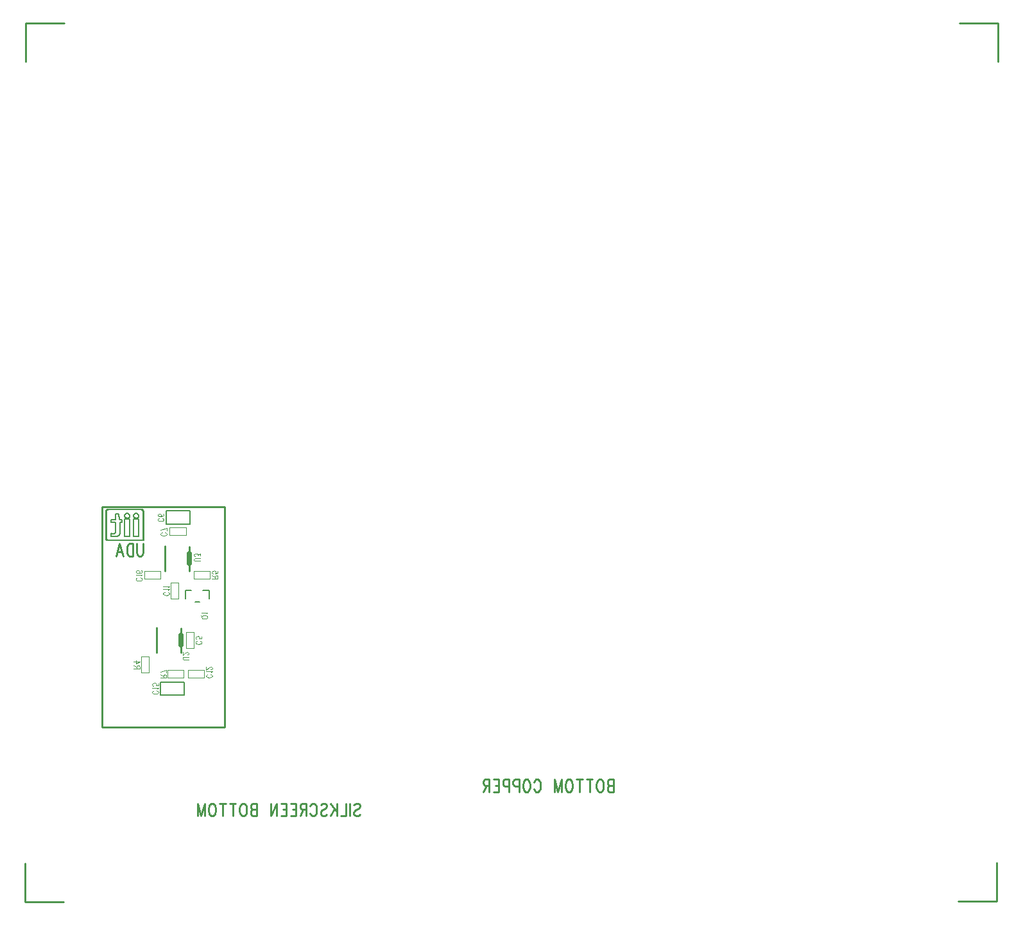
<source format=gbr>
*
*
G04 PADS 9.5 Build Number: 522968 generated Gerber (RS-274-X) file*
G04 PC Version=2.1*
*
%IN "UDA_7.pcb"*%
*
%MOIN*%
*
%FSLAX35Y35*%
*
*
*
*
G04 PC Standard Apertures*
*
*
G04 Thermal Relief Aperture macro.*
%AMTER*
1,1,$1,0,0*
1,0,$1-$2,0,0*
21,0,$3,$4,0,0,45*
21,0,$3,$4,0,0,135*
%
*
*
G04 Annular Aperture macro.*
%AMANN*
1,1,$1,0,0*
1,0,$2,0,0*
%
*
*
G04 Odd Aperture macro.*
%AMODD*
1,1,$1,0,0*
1,0,$1-0.005,0,0*
%
*
*
G04 PC Custom Aperture Macros*
*
*
*
*
*
*
G04 PC Aperture Table*
*
%ADD010C,0.001*%
%ADD011C,0.01*%
%ADD013C,0.00591*%
%ADD014C,0.006*%
%ADD017C,0.004*%
%ADD021C,0.00472*%
%ADD031C,0.025*%
%ADD033C,0.00984*%
*
*
*
*
G04 PC Circuitry*
G04 Layer Name UDA_7.pcb - circuitry*
%LPD*%
*
*
G04 PC Custom Flashes*
G04 Layer Name UDA_7.pcb - flashes*
%LPD*%
*
*
G04 PC Circuitry*
G04 Layer Name UDA_7.pcb - circuitry*
%LPD*%
*
G54D10*
G54D11*
G01X1832701Y1556280D02*
Y1543681D01*
X1820102D02*
Y1556476D01*
X1828173Y1513957D02*
Y1501358D01*
X1815575D02*
Y1514154D01*
X2052976Y1435480D02*
Y1428917D01*
Y1435480D02*
X2050931D01*
X2050249Y1435167*
X2050022Y1434855*
X2049795Y1434230*
Y1433605*
X2050022Y1432980*
X2050249Y1432667*
X2050931Y1432355*
X2052976D02*
X2050931D01*
X2050249Y1432042*
X2050022Y1431730*
X2049795Y1431105*
Y1430167*
X2050022Y1429542*
X2050249Y1429230*
X2050931Y1428917*
X2052976*
X2046385Y1435480D02*
X2046840Y1435167D01*
X2047295Y1434542*
X2047522Y1433917*
X2047749Y1432980*
Y1431417*
X2047522Y1430480*
X2047295Y1429855*
X2046840Y1429230*
X2046385Y1428917*
X2045476*
X2045022Y1429230*
X2044567Y1429855*
X2044340Y1430480*
X2044113Y1431417*
Y1432980*
X2044340Y1433917*
X2044567Y1434542*
X2045022Y1435167*
X2045476Y1435480*
X2046385*
X2040476D02*
Y1428917D01*
X2042067Y1435480D02*
X2038885D01*
X2035249D02*
Y1428917D01*
X2036840Y1435480D02*
X2033658D01*
X2030249D02*
X2030704Y1435167D01*
X2031158Y1434542*
X2031385Y1433917*
X2031613Y1432980*
Y1431417*
X2031385Y1430480*
X2031158Y1429855*
X2030704Y1429230*
X2030249Y1428917*
X2029340*
X2028885Y1429230*
X2028431Y1429855*
X2028204Y1430480*
X2027976Y1431417*
Y1432980*
X2028204Y1433917*
X2028431Y1434542*
X2028885Y1435167*
X2029340Y1435480*
X2030249*
X2025931D02*
Y1428917D01*
Y1435480D02*
X2024113Y1428917D01*
X2022295Y1435480D02*
X2024113Y1428917D01*
X2022295Y1435480D02*
Y1428917D01*
X2011613Y1433917D02*
X2011840Y1434542D01*
X2012295Y1435167*
X2012749Y1435480*
X2013658*
X2014113Y1435167*
X2014567Y1434542*
X2014795Y1433917*
X2015022Y1432980*
Y1431417*
X2014795Y1430480*
X2014567Y1429855*
X2014113Y1429230*
X2013658Y1428917*
X2012749*
X2012295Y1429230*
X2011840Y1429855*
X2011613Y1430480*
X2008204Y1435480D02*
X2008658Y1435167D01*
X2009113Y1434542*
X2009340Y1433917*
X2009567Y1432980*
Y1431417*
X2009340Y1430480*
X2009113Y1429855*
X2008658Y1429230*
X2008204Y1428917*
X2007295*
X2006840Y1429230*
X2006385Y1429855*
X2006158Y1430480*
X2005931Y1431417*
Y1432980*
X2006158Y1433917*
X2006385Y1434542*
X2006840Y1435167*
X2007295Y1435480*
X2008204*
X2003885D02*
Y1428917D01*
Y1435480D02*
X2001840D01*
X2001158Y1435167*
X2000931Y1434855*
X2000704Y1434230*
Y1433292*
X2000931Y1432667*
X2001158Y1432355*
X2001840Y1432042*
X2003885*
X1998658Y1435480D02*
Y1428917D01*
Y1435480D02*
X1996613D01*
X1995931Y1435167*
X1995704Y1434855*
X1995476Y1434230*
Y1433292*
X1995704Y1432667*
X1995931Y1432355*
X1996613Y1432042*
X1998658*
X1993431Y1435480D02*
Y1428917D01*
Y1435480D02*
X1990476D01*
X1993431Y1432355D02*
X1991613D01*
X1993431Y1428917D02*
X1990476D01*
X1988431Y1435480D02*
Y1428917D01*
Y1435480D02*
X1986385D01*
X1985704Y1435167*
X1985476Y1434855*
X1985249Y1434230*
Y1433605*
X1985476Y1432980*
X1985704Y1432667*
X1986385Y1432355*
X1988431*
X1986840D02*
X1985249Y1428917D01*
X1918102Y1422141D02*
X1918556Y1422766D01*
X1919238Y1423078*
X1920147*
X1920829Y1422766*
X1921283Y1422141*
Y1421516*
X1921056Y1420891*
X1920829Y1420578*
X1920374Y1420266*
X1919011Y1419641*
X1918556Y1419328*
X1918329Y1419016*
X1918102Y1418391*
Y1417453*
X1918556Y1416828*
X1919238Y1416516*
X1920147*
X1920829Y1416828*
X1921283Y1417453*
X1916056Y1423078D02*
Y1416516D01*
X1914011Y1423078D02*
Y1416516D01*
X1911283*
X1909238Y1423078D02*
Y1416516D01*
X1906056Y1423078D02*
X1909238Y1418703D01*
X1908102Y1420266D02*
X1906056Y1416516D01*
X1900829Y1422141D02*
X1901283Y1422766D01*
X1901965Y1423078*
X1902874*
X1903556Y1422766*
X1904011Y1422141*
Y1421516*
X1903783Y1420891*
X1903556Y1420578*
X1903102Y1420266*
X1901738Y1419641*
X1901283Y1419328*
X1901056Y1419016*
X1900829Y1418391*
Y1417453*
X1901283Y1416828*
X1901965Y1416516*
X1902874*
X1903556Y1416828*
X1904011Y1417453*
X1895374Y1421516D02*
X1895602Y1422141D01*
X1896056Y1422766*
X1896511Y1423078*
X1897420*
X1897874Y1422766*
X1898329Y1422141*
X1898556Y1421516*
X1898783Y1420578*
Y1419016*
X1898556Y1418078*
X1898329Y1417453*
X1897874Y1416828*
X1897420Y1416516*
X1896511*
X1896056Y1416828*
X1895602Y1417453*
X1895374Y1418078*
X1893329Y1423078D02*
Y1416516D01*
Y1423078D02*
X1891283D01*
X1890602Y1422766*
X1890374Y1422453*
X1890147Y1421828*
Y1421203*
X1890374Y1420578*
X1890602Y1420266*
X1891283Y1419953*
X1893329*
X1891738D02*
X1890147Y1416516D01*
X1888102Y1423078D02*
Y1416516D01*
Y1423078D02*
X1885147D01*
X1888102Y1419953D02*
X1886283D01*
X1888102Y1416516D02*
X1885147D01*
X1883102Y1423078D02*
Y1416516D01*
Y1423078D02*
X1880147D01*
X1883102Y1419953D02*
X1881283D01*
X1883102Y1416516D02*
X1880147D01*
X1878102Y1423078D02*
Y1416516D01*
Y1423078D02*
X1874920Y1416516D01*
Y1423078D02*
Y1416516D01*
X1867647Y1423078D02*
Y1416516D01*
Y1423078D02*
X1865602D01*
X1864920Y1422766*
X1864693Y1422453*
X1864465Y1421828*
Y1421203*
X1864693Y1420578*
X1864920Y1420266*
X1865602Y1419953*
X1867647D02*
X1865602D01*
X1864920Y1419641*
X1864693Y1419328*
X1864465Y1418703*
Y1417766*
X1864693Y1417141*
X1864920Y1416828*
X1865602Y1416516*
X1867647*
X1861056Y1423078D02*
X1861511Y1422766D01*
X1861965Y1422141*
X1862193Y1421516*
X1862420Y1420578*
Y1419016*
X1862193Y1418078*
X1861965Y1417453*
X1861511Y1416828*
X1861056Y1416516*
X1860147*
X1859693Y1416828*
X1859238Y1417453*
X1859011Y1418078*
X1858783Y1419016*
Y1420578*
X1859011Y1421516*
X1859238Y1422141*
X1859693Y1422766*
X1860147Y1423078*
X1861056*
X1855147D02*
Y1416516D01*
X1856738Y1423078D02*
X1853556D01*
X1849920D02*
Y1416516D01*
X1851511Y1423078D02*
X1848329D01*
X1844920D02*
X1845374Y1422766D01*
X1845829Y1422141*
X1846056Y1421516*
X1846283Y1420578*
Y1419016*
X1846056Y1418078*
X1845829Y1417453*
X1845374Y1416828*
X1844920Y1416516*
X1844011*
X1843556Y1416828*
X1843102Y1417453*
X1842874Y1418078*
X1842647Y1419016*
Y1420578*
X1842874Y1421516*
X1843102Y1422141*
X1843556Y1422766*
X1844011Y1423078*
X1844920*
X1840602D02*
Y1416516D01*
Y1423078D02*
X1838783Y1416516D01*
X1836965Y1423078D02*
X1838783Y1416516D01*
X1836965Y1423078D02*
Y1416516D01*
X1787425Y1462776D02*
Y1576949D01*
X1850811*
Y1462776*
X1787425*
X1767520Y1828110D02*
X1747520D01*
Y1808110*
X1747441Y1391890D02*
Y1371890D01*
X1767441*
X2232087Y1372205D02*
X2252087D01*
Y1392205*
X2252559Y1808031D02*
Y1828031D01*
X2232559*
G54D13*
X1839708Y1533579D02*
X1842810D01*
Y1529445*
X1833708Y1533579D02*
X1830606D01*
Y1529445*
X1837889Y1527674D02*
X1835527D01*
X1790378Y1575768D02*
Y1575749D01*
X1790300*
Y1575731*
X1790210*
Y1575713*
X1790138*
Y1575695*
X1790085*
Y1575677*
X1790049*
Y1575660*
X1789995*
Y1575642*
X1789959*
Y1575624*
X1789923*
Y1575606*
X1789888*
Y1575588*
X1789870*
Y1575570*
X1789834*
Y1575552*
X1789798*
Y1575534*
X1789780*
Y1575516*
X1789762*
Y1575498*
X1789726*
Y1575480*
X1789708*
Y1575462*
X1789691*
Y1575445*
X1789673*
Y1575427*
X1789655*
Y1575409*
X1789637*
Y1575391*
X1789619*
Y1575373*
X1789601*
Y1575355*
X1789583*
Y1575337*
X1789565*
Y1575319*
X1789547*
Y1575283*
X1789529*
Y1575265*
X1789511*
Y1575230*
X1789493*
Y1575212*
X1789475*
Y1575176*
X1789458*
Y1575140*
X1789440*
Y1575104*
X1789422*
Y1575068*
X1789404*
Y1575015*
X1789386*
Y1574961*
X1789368*
Y1574889*
X1789350*
Y1560340*
X1789368*
Y1560268*
X1789386*
Y1560214*
X1789404*
Y1560161*
X1789422*
Y1560125*
X1789440*
Y1560089*
X1789458*
Y1560053*
X1789475*
Y1560017*
X1789493*
Y1559999*
X1789511*
Y1559964*
X1789529*
Y1559946*
X1789547*
Y1559910*
X1789565*
Y1559892*
X1789583*
Y1559874*
X1789601*
Y1559856*
X1789619*
Y1559838*
X1789637*
Y1559820*
X1789655*
Y1559802*
X1789673*
Y1559784*
X1789691*
Y1559767*
X1789708*
Y1559749*
X1789726*
Y1559731*
X1789762*
Y1559713*
X1789780*
Y1559695*
X1789798*
Y1559677*
X1789834*
Y1559659*
X1789870*
Y1559641*
X1789888*
Y1559623*
X1789923*
Y1559605*
X1789959*
Y1559587*
X1789995*
Y1559569*
X1790049*
Y1559551*
X1790049D02*
X1790085D01*
X1790085D02*
Y1559534D01*
X1790156*
Y1559516*
X1790318*
Y1559498*
X1808827*
Y1574871*
X1808809*
Y1574961*
X1808791*
Y1575015*
X1808773*
Y1575068*
X1808755*
Y1575104*
X1808737*
Y1575140*
X1808719*
Y1575176*
X1808701*
Y1575212*
X1808683*
Y1575230*
X1808665*
Y1575265*
X1808647*
Y1575283*
X1808630*
Y1575301*
X1808612*
Y1575337*
X1808594*
Y1575355*
X1808576*
Y1575373*
X1808558*
Y1575391*
X1808540*
Y1575409*
X1808522*
Y1575427*
X1808504*
Y1575445*
X1808486*
Y1575462*
X1808468*
Y1575480*
X1808450*
Y1575498*
X1808415*
Y1575516*
X1808397*
Y1575534*
X1808361*
Y1575552*
X1808343*
Y1575570*
X1808307*
Y1575588*
X1808289*
Y1575606*
X1808253*
Y1575624*
X1808217*
Y1575642*
X1808182*
Y1575660*
X1808128*
Y1575677*
X1808092*
Y1575695*
X1808020*
Y1575713*
X1807967*
Y1575731*
X1807877*
Y1575749*
X1807800*
Y1575767*
X1790378Y1575768*
X1790371Y1575516D02*
X1807805D01*
Y1575498*
X1807895*
Y1575480*
X1807967*
Y1575462*
X1808020*
Y1575445*
X1808056*
Y1575427*
X1808110*
Y1575409*
X1808128*
Y1575391*
X1808164*
Y1575373*
X1808200*
Y1575355*
X1808217*
Y1575337*
X1808253*
Y1575319*
X1808271*
Y1575301*
X1808289*
Y1575283*
X1808325*
Y1575265*
X1808343*
Y1575247*
X1808361*
Y1575230*
X1808379*
Y1575212*
X1808397*
Y1575194*
X1808415*
Y1575158*
X1808432*
Y1575140*
X1808450*
Y1575122*
X1808468*
Y1575086*
X1808486*
Y1575068*
X1808504*
Y1575032*
X1808522*
Y1574997*
X1808540*
Y1574943*
X1808558*
Y1574889*
X1808576*
Y1574817*
X1808594*
Y1559713*
X1790371*
Y1559731*
X1790282*
Y1559749*
X1790210*
Y1559767*
X1790156*
Y1559784*
X1790121*
Y1559802*
X1790067*
Y1559820*
X1790031*
Y1559838*
X1790013*
Y1559856*
X1789977*
Y1559874*
X1789941*
Y1559892*
X1789923*
Y1559910*
X1789906*
Y1559928*
X1789870*
Y1559946*
X1789852*
Y1559964*
X1789834*
Y1559982*
X1789816*
Y1559999*
X1789798*
Y1560017*
X1789780*
Y1560035*
X1789762*
Y1560071*
X1789744*
Y1560089*
X1789726*
Y1560107*
X1789708*
Y1560143*
X1789691*
Y1560161*
X1789673*
Y1560197*
X1789655*
Y1560232*
X1789637*
Y1560286*
X1789619*
Y1560340*
X1789601*
Y1560412*
X1789583*
Y1574817*
X1789601*
Y1574889*
X1789619*
Y1574943*
X1789637*
Y1574997*
X1789655*
Y1575032*
X1789673*
Y1575068*
X1789691*
Y1575086*
X1789708*
Y1575122*
X1789726*
Y1575140*
X1789744*
Y1575158*
X1789762*
Y1575194*
X1789780*
Y1575212*
X1789798*
Y1575230*
X1789816*
Y1575247*
X1789834*
Y1575265*
X1789852*
Y1575283*
X1789870*
Y1575301*
X1789906*
Y1575319*
X1789923*
Y1575337*
X1789941*
Y1575355*
X1789977*
Y1575373*
X1790013*
Y1575391*
X1790031*
Y1575409*
X1790067*
Y1575427*
X1790121*
Y1575445*
X1790156*
Y1575462*
X1790210*
Y1575480*
X1790282*
Y1575498*
X1790371*
Y1575516*
X1804759Y1573724D02*
Y1573707D01*
X1804670*
Y1573689*
X1804598*
Y1573671*
X1804544*
Y1573653*
X1804508*
Y1573635*
X1804455*
Y1573617*
X1804419*
Y1573599*
X1804383*
Y1573581*
X1804347*
Y1573563*
X1804311*
Y1573545*
X1804293*
Y1573527*
X1804258*
Y1573509*
X1804240*
Y1573492*
X1804222*
Y1573474*
X1804186*
Y1573456*
X1804168*
Y1573438*
X1804150*
Y1573420*
X1804132*
Y1573402*
X1804114*
Y1573384*
X1804096*
Y1573366*
X1804078*
Y1573348*
X1804061*
Y1573330*
X1804043*
Y1573312*
X1804025*
Y1573294*
X1804007*
Y1573277*
X1803989*
Y1573259*
X1803971*
Y1573241*
X1803953*
Y1573205*
X1803935*
Y1573187*
X1803917*
Y1573169*
X1803899*
Y1573133*
X1803881*
Y1573115*
X1803863*
Y1573079*
X1803846*
Y1573044*
X1803828*
Y1573008*
X1803810*
Y1572972*
X1803792*
Y1572936*
X1803774*
Y1572882*
X1803756*
Y1572829*
X1803738*
Y1572757*
X1803720*
Y1572667*
X1803702*
Y1572506*
X1803684*
Y1572345*
X1803702*
Y1572166*
X1803720*
Y1572076*
X1803738*
Y1572022*
X1803756*
Y1571969*
X1803774*
Y1571915*
X1803792*
Y1571879*
X1803810*
Y1571825*
X1803828*
Y1571789*
X1803846*
Y1571771*
X1803863*
Y1571736*
X1803881*
Y1571700*
X1803899*
Y1571682*
X1803917*
Y1571646*
X1803935*
Y1571628*
X1803953*
Y1571610*
X1803971*
Y1571574*
X1803989*
Y1571556*
X1804007*
Y1571538*
X1804025*
Y1571521*
X1804043*
Y1571503*
X1804061*
Y1571485*
X1804078*
Y1571467*
X1804096*
Y1571449*
X1804114*
Y1571431*
X1804132*
Y1571413*
X1804150*
Y1571395*
X1804186*
Y1571377*
X1804204*
Y1571359*
X1804222*
Y1571341*
X1804240*
Y1571323*
X1804276*
Y1571306*
X1804293*
Y1571288*
X1804329*
Y1571270*
X1804365*
Y1571252*
X1804401*
Y1571234*
X1804437*
Y1571216*
X1804473*
Y1571198*
X1804508*
Y1571180*
X1804562*
Y1571162*
X1804634*
Y1571144*
X1804706*
Y1571126*
X1804813*
Y1571108*
X1805154*
Y1571126*
X1805261*
Y1571144*
X1805351*
Y1571162*
X1805404*
Y1571180*
X1805458*
Y1571198*
X1805494*
Y1571216*
X1805530*
Y1571234*
X1805566*
Y1571252*
X1805601*
Y1571270*
X1805637*
Y1571288*
X1805673*
Y1571306*
X1805691*
Y1571323*
X1805727*
Y1571341*
X1805745*
Y1571359*
X1805763*
Y1571377*
X1805799*
Y1571395*
X1805816*
Y1571413*
X1805834*
Y1571431*
X1805852*
Y1571449*
X1805870*
Y1571467*
X1805888*
Y1571485*
X1805906*
Y1571503*
X1805924*
Y1571521*
X1805942*
Y1571538*
X1805960*
Y1571556*
X1805978*
Y1571574*
X1805996*
Y1571592*
X1806014*
Y1571628*
X1806032*
X1806032D02*
Y1571646D01*
X1806032D02*
X1806049D01*
Y1571664*
X1806067*
Y1571700*
X1806085*
Y1571718*
X1806103*
Y1571753*
X1806121*
Y1571789*
X1806139*
Y1571825*
X1806157*
Y1571861*
X1806175*
Y1571897*
X1806193*
Y1571933*
X1806211*
Y1571986*
X1806229*
Y1572058*
X1806247*
Y1572130*
X1806264*
Y1572237*
X1806282*
Y1572614*
X1806264*
Y1572721*
X1806247*
Y1572793*
X1806229*
Y1572846*
X1806211*
Y1572900*
X1806193*
Y1572954*
X1806175*
Y1572990*
X1806157*
Y1573026*
X1806139*
Y1573061*
X1806121*
Y1573097*
X1806103*
Y1573115*
X1806085*
Y1573151*
X1806067*
Y1573169*
X1806049*
Y1573205*
X1806032*
X1806032D02*
Y1573223D01*
X1806032D02*
X1806014D01*
Y1573241*
X1805996*
Y1573259*
X1805978*
Y1573277*
X1805960*
Y1573312*
X1805942*
Y1573330*
X1805924*
Y1573348*
X1805906*
Y1573366*
X1805888*
Y1573384*
X1805870*
Y1573402*
X1805852*
Y1573420*
X1805816*
Y1573438*
X1805799*
Y1573456*
X1805781*
Y1573474*
X1805763*
Y1573492*
X1805727*
Y1573509*
X1805709*
Y1573527*
X1805673*
Y1573545*
X1805655*
Y1573563*
X1805619*
Y1573581*
X1805584*
Y1573599*
X1805548*
Y1573617*
X1805512*
Y1573635*
X1805476*
Y1573653*
X1805422*
Y1573671*
X1805369*
Y1573689*
X1805297*
Y1573707*
X1805207*
Y1573724*
X1804759*
X1800101D02*
Y1573707D01*
X1799993*
Y1573689*
X1799922*
Y1573671*
X1799868*
Y1573653*
X1799832*
Y1573635*
X1799778*
Y1573617*
X1799742*
Y1573599*
X1799707*
Y1573581*
X1799671*
Y1573563*
X1799653*
Y1573545*
X1799617*
Y1573527*
X1799581*
Y1573509*
X1799563*
Y1573492*
X1799545*
Y1573474*
X1799509*
Y1573456*
X1799492*
Y1573438*
X1799474*
Y1573420*
X1799456*
Y1573402*
X1799438*
Y1573384*
X1799420*
Y1573366*
X1799402*
Y1573348*
X1799384*
Y1573330*
X1799366*
Y1573312*
X1799348*
Y1573294*
X1799330*
Y1573277*
X1799312*
Y1573259*
X1799294*
Y1573241*
X1799277*
Y1573205*
X1799259*
Y1573187*
X1799241*
Y1573151*
X1799223*
Y1573133*
X1799205*
Y1573097*
X1799187*
Y1573079*
X1799169*
Y1573044*
X1799151*
Y1573008*
X1799133*
Y1572972*
X1799115*
Y1572918*
X1799097*
Y1572882*
X1799079*
Y1572829*
X1799061*
Y1572757*
X1799044*
Y1572667*
X1799026*
Y1572184*
X1799044*
Y1572094*
X1799061*
Y1572022*
X1799079*
Y1571969*
X1799097*
Y1571915*
X1799115*
Y1571879*
X1799133*
Y1571843*
X1799151*
Y1571807*
X1799169*
Y1571771*
X1799187*
Y1571736*
X1799205*
Y1571700*
X1799223*
Y1571682*
X1799241*
Y1571664*
X1799259*
Y1571628*
X1799277*
Y1571610*
X1799294*
Y1571592*
X1799312*
Y1571556*
X1799330*
Y1571538*
X1799348*
Y1571521*
X1799366*
Y1571503*
X1799384*
Y1571485*
X1799402*
Y1571467*
X1799420*
Y1571449*
X1799438*
Y1571431*
X1799456*
Y1571413*
X1799474*
Y1571395*
X1799509*
Y1571377*
X1799527*
Y1571359*
X1799545*
Y1571341*
X1799581*
Y1571323*
X1799599*
Y1571306*
X1799635*
Y1571288*
X1799653*
Y1571270*
X1799689*
Y1571252*
X1799724*
Y1571234*
X1799760*
Y1571216*
X1799796*
Y1571198*
X1799850*
Y1571180*
X1799886*
Y1571162*
X1799957*
Y1571144*
X1800029*
Y1571126*
X1800137*
Y1571108*
X1800477*
Y1571126*
X1800602*
Y1571144*
X1800674*
Y1571162*
X1800728*
Y1571180*
X1800782*
Y1571198*
X1800817*
Y1571216*
X1800871*
Y1571234*
X1800907*
Y1571252*
X1800925*
Y1571270*
X1800961*
Y1571288*
X1800997*
Y1571306*
X1801015*
Y1571323*
X1801050*
Y1571341*
X1801068*
Y1571359*
X1801104*
Y1571377*
X1801122*
Y1571395*
X1801140*
Y1571413*
X1801158*
Y1571431*
X1801176*
Y1571449*
X1801194*
Y1571467*
X1801212*
Y1571485*
X1801230*
Y1571503*
X1801247*
Y1571521*
X1801265*
Y1571538*
X1801283*
Y1571556*
X1801301*
Y1571574*
X1801319*
Y1571592*
X1801337*
Y1571610*
X1801355*
Y1571646*
X1801373*
Y1571664*
X1801391*
Y1571700*
X1801409*
Y1571718*
X1801427*
Y1571753*
X1801445*
Y1571771*
X1801462*
Y1571807*
X1801480*
Y1571843*
X1801498*
Y1571897*
X1801516*
Y1571933*
X1801534*
Y1571986*
X1801552*
Y1572040*
X1801570*
Y1572112*
X1801588*
Y1572219*
X1801606*
Y1572631*
X1801588*
Y1572739*
X1801570*
Y1572811*
X1801552*
Y1572864*
X1801534*
Y1572918*
X1801516*
Y1572954*
X1801498*
Y1572990*
X1801480*
Y1573026*
X1801462*
Y1573061*
X1801445*
Y1573097*
X1801427*
Y1573115*
X1801409*
Y1573151*
X1801391*
Y1573169*
X1801373*
Y1573205*
X1801355*
Y1573223*
X1801337*
Y1573241*
X1801319*
Y1573277*
X1801301*
Y1573294*
X1801283*
Y1573312*
X1801265*
Y1573330*
X1801247*
Y1573348*
X1801230*
Y1573366*
X1801212*
Y1573384*
X1801194*
Y1573402*
X1801176*
Y1573420*
X1801158*
Y1573438*
X1801122*
Y1573456*
X1801104*
Y1573474*
X1801086*
Y1573492*
X1801050*
Y1573509*
X1801032*
Y1573527*
X1800997*
Y1573545*
X1800979*
Y1573563*
X1800943*
Y1573581*
X1800907*
Y1573599*
X1800871*
Y1573617*
X1800835*
Y1573635*
X1800800*
Y1573653*
X1800746*
Y1573671*
X1800692*
Y1573689*
X1800620*
Y1573707*
X1800531*
Y1573724*
X1800101*
X1799079Y1570463D02*
Y1561576D01*
X1801552*
Y1570463*
X1799079*
X1803756D02*
Y1561576D01*
X1806229*
Y1570463*
X1803756*
X1794224Y1573223D02*
Y1570284D01*
X1791894*
Y1568905*
X1794224*
Y1564174*
X1794206*
Y1563977*
X1794188*
Y1563852*
X1794170*
Y1563780*
X1794152*
Y1563708*
X1794134*
Y1563637*
X1794116*
Y1563583*
X1794098*
Y1563547*
X1794080*
Y1563511*
X1794062*
Y1563475*
X1794045*
Y1563440*
X1794027*
Y1563404*
X1794009*
Y1563386*
X1793991*
Y1563350*
X1793973*
Y1563332*
X1793955*
Y1563314*
X1793937*
Y1563296*
X1793919*
Y1563278*
X1793901*
Y1563260*
X1793883*
Y1563243*
X1793865*
Y1563225*
X1793830*
Y1563207*
X1793812*
Y1563189*
X1793776*
Y1563171*
X1793740*
Y1563153*
X1793704*
Y1563135*
X1793668*
Y1563117*
X1793614*
Y1563099*
X1793543*
Y1563081*
X1793471*
Y1563063*
X1793346*
Y1563045*
X1792808*
Y1563063*
X1792647*
Y1563081*
X1792522*
Y1563099*
X1792432*
Y1563117*
X1792342*
Y1563135*
X1792253*
Y1563153*
X1792181*
Y1563171*
X1792109*
Y1563189*
X1792056*
Y1563207*
X1791984*
Y1563225*
X1791966*
Y1561809*
X1792002*
Y1561791*
X1792038*
Y1561773*
X1792091*
Y1561755*
X1792145*
Y1561737*
X1792199*
Y1561720*
X1792253*
Y1561702*
X1792324*
Y1561684*
X1792396*
Y1561666*
X1792468*
Y1561648*
X1792557*
Y1561630*
X1792647*
Y1561612*
X1792737*
Y1561594*
X1792844*
Y1561576*
X1792987*
Y1561558*
X1793131*
Y1561540*
X1793310*
Y1561522*
X1793561*
Y1561505*
X1794385*
Y1561522*
X1794546*
Y1561540*
X1794654*
Y1561558*
X1794743*
Y1561576*
X1794815*
Y1561594*
X1794887*
Y1561612*
X1794940*
Y1561630*
X1794994*
Y1561648*
X1795048*
Y1561666*
X1795102*
Y1561684*
X1795138*
Y1561702*
X1795191*
Y1561720*
X1795227*
Y1561737*
X1795263*
Y1561755*
X1795299*
Y1561773*
X1795335*
Y1561791*
X1795370*
Y1561809*
X1795406*
Y1561827*
X1795442*
Y1561845*
X1795460*
Y1561863*
X1795496*
Y1561881*
X1795514*
Y1561899*
X1795550*
Y1561917*
X1795568*
Y1561935*
X1795603*
Y1561952*
X1795621*
Y1561970*
X1795657*
Y1561988*
X1795675*
Y1562006*
X1795693*
Y1562024*
X1795711*
Y1562042*
X1795747*
Y1562060*
X1795765*
Y1562078*
X1795783*
Y1562096*
X1795800*
Y1562114*
X1795818*
Y1562132*
X1795836*
Y1562150*
X1795854*
Y1562167*
X1795872*
Y1562185*
X1795890*
Y1562203*
X1795908*
Y1562221*
X1795926*
Y1562239*
X1795944*
Y1562257*
X1795962*
Y1562275*
X1795980*
Y1562293*
X1795998*
Y1562311*
X1796015*
Y1562329*
X1796033*
Y1562347*
X1796051*
Y1562383*
X1796069*
Y1562400*
X1796087*
Y1562418*
X1796105*
Y1562454*
X1796123*
Y1562472*
X1796141*
Y1562490*
X1796159*
Y1562526*
X1796177*
Y1562544*
X1796195*
Y1562580*
X1796213*
Y1562598*
X1796230*
Y1562633*
X1796248*
Y1562669*
X1796266*
Y1562687*
X1796284*
Y1562723*
X1796302*
Y1562759*
X1796320*
Y1562795*
X1796338*
Y1562830*
X1796356*
Y1562866*
X1796374*
Y1562902*
X1796392*
Y1562956*
X1796410*
Y1562992*
X1796428*
Y1563028*
X1796445*
X1796445D02*
Y1563081D01*
X1796445D02*
X1796463D01*
Y1563135*
X1796481*
Y1563189*
X1796499*
Y1563243*
X1796517*
Y1563296*
X1796535*
Y1563368*
X1796553*
Y1563440*
X1796571*
Y1563511*
X1796589*
Y1563601*
X1796607*
Y1563691*
X1796607D02*
X1796625D01*
X1796625D02*
Y1563798D01*
X1796643*
Y1563941*
X1796661*
Y1564138*
X1796678*
Y1568922*
X1797736*
Y1570258*
X1796589Y1570266*
Y1570302*
X1796571*
Y1570374*
X1796553*
Y1570445*
X1796553D02*
X1796535D01*
X1796535D02*
Y1570499D01*
X1796517*
Y1570571*
X1796499*
Y1570625*
X1796481*
Y1570696*
X1796463*
Y1570768*
X1796445*
X1796445D02*
Y1570822D01*
X1796445D02*
X1796428D01*
Y1570893*
X1796410*
Y1570947*
X1796392*
Y1571019*
X1796374*
Y1571091*
X1796356*
Y1571144*
X1796338*
Y1571216*
X1796320*
Y1571270*
X1796302*
Y1571341*
X1796284*
Y1571413*
X1796266*
Y1571467*
X1796248*
Y1571538*
X1796230*
Y1571592*
X1796213*
Y1571664*
X1796195*
Y1571736*
X1796177*
Y1571789*
X1796159*
Y1571861*
X1796141*
Y1571915*
X1796123*
Y1571986*
X1796105*
Y1572058*
X1796087*
Y1572112*
X1796069*
Y1572184*
X1796051*
Y1572237*
X1796033*
Y1572309*
X1796015*
Y1572381*
X1795998*
Y1572434*
X1795980*
Y1572506*
X1795962*
Y1572560*
X1795944*
Y1572631*
X1795926*
Y1572703*
X1795908*
Y1572757*
X1795890*
Y1572829*
X1795872*
Y1572900*
X1795854*
Y1572954*
X1795836*
Y1573026*
X1795818*
Y1573079*
X1795800*
Y1573151*
X1795783*
Y1573223*
X1794224*
G54D14*
X1817756Y1479191D02*
X1829803D01*
Y1486042*
X1817756*
Y1479191*
X1820772Y1568012D02*
X1832819D01*
Y1574862*
X1820772*
Y1568012*
G54D17*
X1831117Y1511876D02*
X1835117D01*
Y1503476*
X1831117*
Y1511876*
X1811741Y1490793D02*
X1807741D01*
Y1499193*
X1811741*
Y1490793*
X1829764Y1492396D02*
Y1488396D01*
X1821364*
Y1492396*
X1829764*
X1827090Y1529386D02*
X1823090D01*
Y1537786*
X1827090*
Y1529386*
X1809165Y1539500D02*
Y1543500D01*
X1817565*
Y1539500*
X1809165*
X1840414Y1492396D02*
Y1488396D01*
X1832014*
Y1492396*
X1840414*
X1843351Y1543472D02*
Y1539472D01*
X1834951*
Y1543472*
X1843351*
X1822398Y1562154D02*
Y1566154D01*
X1830798*
Y1562154*
X1822398*
G54D21*
X1838213Y1507300D02*
X1838508Y1507192D01*
X1838803Y1506977*
X1838951Y1506763*
Y1506333*
X1838803Y1506118*
X1838508Y1505904*
X1838213Y1505796*
X1837770Y1505689*
X1837031*
X1836589Y1505796*
X1836293Y1505904*
X1835998Y1506118*
X1835850Y1506333*
Y1506763*
X1835998Y1506977*
X1836293Y1507192*
X1836589Y1507300*
X1838951Y1509662D02*
Y1508588D01*
X1837622Y1508481*
X1837770Y1508588*
X1837917Y1508910*
Y1509232*
X1837770Y1509554*
X1837474Y1509769*
X1837031Y1509877*
X1836736Y1509769*
X1836293Y1509662*
X1835998Y1509447*
X1835850Y1509125*
Y1508803*
X1835998Y1508481*
X1836146Y1508373*
X1836441Y1508266*
X1838163Y1548799D02*
X1835949D01*
X1835506Y1548907*
X1835211Y1549121*
X1835063Y1549443*
Y1549658*
X1835211Y1549980*
X1835506Y1550195*
X1835949Y1550302*
X1838163*
Y1551484D02*
Y1552665D01*
X1836982Y1552020*
Y1552343*
X1836835Y1552557*
X1836687Y1552665*
X1836244Y1552772*
X1835949*
X1835506Y1552665*
X1835211Y1552450*
X1835063Y1552128*
Y1551806*
X1835211Y1551484*
X1835358Y1551376*
X1835654Y1551269*
X1806864Y1493091D02*
X1803764D01*
X1806864D02*
Y1494057D01*
X1806717Y1494379*
X1806569Y1494486*
X1806274Y1494594*
X1805978*
X1805683Y1494486*
X1805535Y1494379*
X1805388Y1494057*
Y1493091*
Y1493842D02*
X1803764Y1494594D01*
X1806864Y1496634D02*
X1804797Y1495560D01*
Y1497171*
X1806864Y1496634D02*
X1803764D01*
X1820644Y1488366D02*
X1817543D01*
X1820644D02*
Y1489332D01*
X1820644D02*
X1820496Y1489655D01*
X1820348Y1489762*
X1820053Y1489869*
X1819758*
X1819463Y1489762*
X1819315Y1489655*
X1819167Y1489332*
X1819167D02*
Y1488366D01*
Y1489118D02*
X1817543Y1489869D01*
X1820644Y1492339D02*
X1817543Y1491265D01*
X1820644Y1490836D02*
Y1492339D01*
X1815772Y1481512D02*
X1816067Y1481405D01*
X1816362Y1481190*
X1816510Y1480975*
Y1480546*
X1816362Y1480331*
X1816067Y1480116*
X1815772Y1480009*
X1815329Y1479902*
X1814591*
X1814148Y1480009*
X1813852Y1480116*
X1813557Y1480331*
X1813409Y1480546*
Y1480975*
X1813557Y1481190*
X1813852Y1481405*
X1814148Y1481512*
X1815919Y1482479D02*
X1816067Y1482693D01*
X1816510Y1483015*
X1813409*
X1816510Y1485378D02*
Y1484304D01*
X1815181Y1484196*
X1815329Y1484304*
X1815476Y1484626*
Y1484948*
X1815329Y1485270*
X1815033Y1485485*
X1814591Y1485592*
X1814295Y1485485*
X1813852Y1485378*
X1813557Y1485163*
X1813409Y1484841*
Y1484519*
X1813557Y1484196*
X1813705Y1484089*
X1814000Y1483982*
X1832258Y1497618D02*
X1830043D01*
X1829600Y1497725*
X1829305Y1497940*
X1829157Y1498262*
Y1498477*
X1829305Y1498799*
X1829600Y1499014*
X1830043Y1499121*
X1832258*
X1831520Y1500195D02*
X1831667D01*
X1831963Y1500302*
X1832110Y1500410*
X1832258Y1500625*
Y1501054*
X1832110Y1501269*
X1831963Y1501376*
X1831667Y1501484*
X1831372*
X1831077Y1501376*
X1830634Y1501161*
X1829157Y1500088*
Y1501591*
X1821480Y1532693D02*
X1821776Y1532586D01*
X1822071Y1532371*
X1822219Y1532156*
Y1531727*
X1822071Y1531512*
X1821776Y1531297*
X1821480Y1531190*
X1821037Y1531083*
X1820299*
X1819856Y1531190*
X1819561Y1531297*
X1819266Y1531512*
X1819118Y1531727*
Y1532156*
X1819266Y1532371*
X1819561Y1532586*
X1819856Y1532693*
X1821628Y1533660D02*
X1821776Y1533874D01*
X1822219Y1534196*
X1819118*
X1821628Y1535163D02*
X1821776Y1535378D01*
X1822219Y1535700*
X1819118*
X1807307Y1540174D02*
X1807602Y1540066D01*
X1807898Y1539851*
X1808045Y1539637*
Y1539207*
X1807898Y1538992*
X1807602Y1538778*
X1807307Y1538670*
X1806864Y1538563*
X1806126*
X1805683Y1538670*
X1805388Y1538778*
X1805093Y1538992*
X1804945Y1539207*
Y1539637*
X1805093Y1539851*
X1805388Y1540066*
X1805683Y1540174*
X1807455Y1541140D02*
X1807602Y1541355D01*
X1808045Y1541677*
X1804945*
X1807602Y1543932D02*
X1807898Y1543824D01*
X1808045Y1543502*
Y1543287*
X1807898Y1542965*
X1807455Y1542751*
X1806717Y1542643*
X1805978*
X1805388Y1542751*
X1805093Y1542965*
X1804945Y1543287*
Y1543395*
X1805093Y1543717*
X1805388Y1543932*
X1805831Y1544039*
X1805978*
X1806421Y1543932*
X1806717Y1543717*
X1806864Y1543395*
Y1543287*
X1806717Y1542965*
X1806421Y1542751*
X1805978Y1542643*
X1843724Y1489977D02*
X1844020Y1489869D01*
X1844315Y1489655*
X1844463Y1489440*
Y1489010*
X1844315Y1488796*
X1844020Y1488581*
X1843724Y1488474*
X1843281Y1488366*
X1842543*
X1842100Y1488474*
X1841805Y1488581*
X1841510Y1488796*
X1841362Y1489010*
Y1489440*
X1841510Y1489655*
X1841805Y1489869*
X1842100Y1489977*
X1843872Y1490943D02*
X1844020Y1491158D01*
X1844463Y1491480*
X1841362*
X1843724Y1492554D02*
X1843872D01*
X1844167Y1492661*
X1844315Y1492768*
X1844463Y1492983*
Y1493413*
X1844315Y1493627*
X1844167Y1493735*
X1843872Y1493842*
X1843577*
X1843281Y1493735*
X1842839Y1493520*
X1841362Y1492446*
Y1493950*
X1842100Y1519522D02*
X1841953Y1519307D01*
X1841657Y1519093*
X1841362Y1518985*
X1840919Y1518878*
X1840181*
X1839738Y1518985*
X1839443Y1519093*
X1839148Y1519307*
X1839000Y1519522*
Y1519952*
X1839148Y1520166*
X1839443Y1520381*
X1839738Y1520489*
X1840181Y1520596*
X1840919*
X1841362Y1520489*
X1841657Y1520381*
X1841953Y1520166*
X1842100Y1519952*
Y1519522*
X1839591Y1519844D02*
X1838705Y1520489D01*
X1841510Y1521562D02*
X1841657Y1521777D01*
X1842100Y1522099*
X1839000*
X1847415Y1539744D02*
X1844315D01*
X1847415D02*
Y1540710D01*
X1847268Y1541033*
X1847120Y1541140*
X1846825Y1541247*
X1846530*
X1846234Y1541140*
X1846087Y1541033*
X1845939Y1540710*
Y1539744*
Y1540496D02*
X1844315Y1541247D01*
X1847415Y1543610D02*
Y1542536D01*
X1846087Y1542428*
X1846234Y1542536*
X1846382Y1542858*
Y1543180*
X1846234Y1543502*
X1845939Y1543717*
X1845496Y1543824*
X1845201Y1543717*
X1844758Y1543610*
X1844463Y1543395*
X1844315Y1543073*
Y1542751*
X1844463Y1542428*
X1844610Y1542321*
X1844906Y1542214*
X1818528Y1571079D02*
X1818823Y1570972D01*
X1819118Y1570757*
X1819266Y1570542*
Y1570113*
X1819118Y1569898*
X1818823Y1569683*
X1818528Y1569576*
X1818085Y1569469*
X1817346*
X1816904Y1569576*
X1816608Y1569683*
X1816313Y1569898*
X1816165Y1570113*
Y1570542*
X1816313Y1570757*
X1816608Y1570972*
X1816904Y1571079*
X1818823Y1573334D02*
X1819118Y1573227D01*
X1819266Y1572904*
Y1572690*
X1819118Y1572368*
X1818675Y1572153*
X1817937Y1572045*
X1817199*
X1816608Y1572153*
X1816313Y1572368*
X1816165Y1572690*
Y1572797*
X1816313Y1573119*
X1816608Y1573334*
X1817051Y1573441*
X1817199*
X1817642Y1573334*
X1817937Y1573119*
X1818085Y1572797*
Y1572690*
X1817937Y1572368*
X1817642Y1572153*
X1817199Y1572045*
X1820102Y1563599D02*
X1820398Y1563491D01*
X1820693Y1563277*
X1820841Y1563062*
Y1562632*
X1820693Y1562418*
X1820398Y1562203*
X1820102Y1562096*
X1819659Y1561988*
X1818921*
X1818478Y1562096*
X1818183Y1562203*
X1817888Y1562418*
X1817740Y1562632*
Y1563062*
X1817888Y1563277*
X1818183Y1563491*
X1818478Y1563599*
X1820841Y1566068D02*
X1817740Y1564995D01*
X1820841Y1564565D02*
Y1566068D01*
G54D31*
X1832755Y1552480D02*
Y1547480D01*
X1828228Y1510157D02*
Y1505157D01*
G54D33*
X1808488Y1557817D02*
Y1553204D01*
X1808264Y1552281*
X1807817Y1551666*
X1807146Y1551358*
X1806699*
X1806028Y1551666*
X1805580Y1552281*
X1805356Y1553204*
Y1557817*
X1803343D02*
Y1551358D01*
Y1557817D02*
X1801777D01*
X1801106Y1557510*
X1800659Y1556895*
X1800435Y1556280*
X1800212Y1555357*
Y1553819*
X1800435Y1552896*
X1800659Y1552281*
X1801106Y1551666*
X1801777Y1551358*
X1803343*
X1796409Y1557817D02*
X1798198Y1551358D01*
X1796409Y1557817D02*
X1794619Y1551358D01*
X1797527Y1553511D02*
X1795290D01*
X0Y0D02*
M02*

</source>
